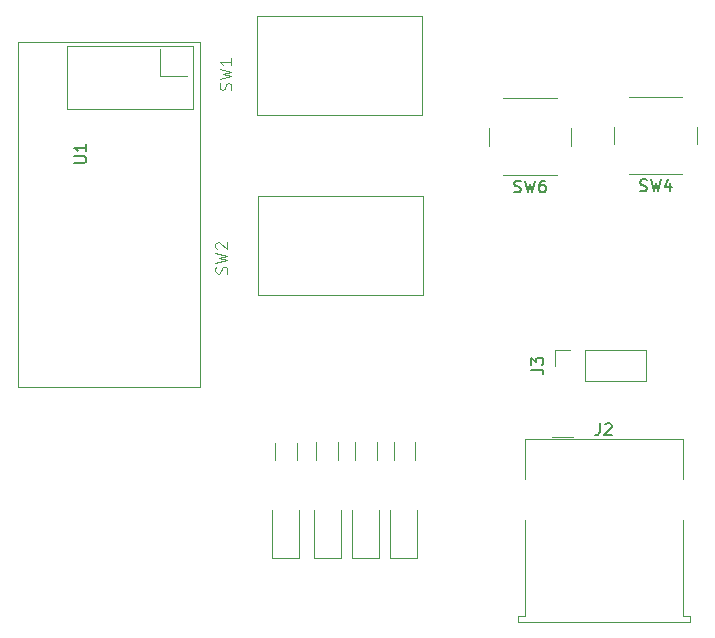
<source format=gto>
G04 #@! TF.GenerationSoftware,KiCad,Pcbnew,7.0.1*
G04 #@! TF.CreationDate,2025-11-07T15:36:25+01:00*
G04 #@! TF.ProjectId,MTP_PCB,4d54505f-5043-4422-9e6b-696361645f70,rev?*
G04 #@! TF.SameCoordinates,Original*
G04 #@! TF.FileFunction,Legend,Top*
G04 #@! TF.FilePolarity,Positive*
%FSLAX46Y46*%
G04 Gerber Fmt 4.6, Leading zero omitted, Abs format (unit mm)*
G04 Created by KiCad (PCBNEW 7.0.1) date 2025-11-07 15:36:25*
%MOMM*%
%LPD*%
G01*
G04 APERTURE LIST*
%ADD10C,0.150000*%
%ADD11C,0.100000*%
%ADD12C,0.120000*%
G04 APERTURE END LIST*
D10*
X149966666Y-87062619D02*
X149966666Y-87776904D01*
X149966666Y-87776904D02*
X149919047Y-87919761D01*
X149919047Y-87919761D02*
X149823809Y-88015000D01*
X149823809Y-88015000D02*
X149680952Y-88062619D01*
X149680952Y-88062619D02*
X149585714Y-88062619D01*
X150395238Y-87157857D02*
X150442857Y-87110238D01*
X150442857Y-87110238D02*
X150538095Y-87062619D01*
X150538095Y-87062619D02*
X150776190Y-87062619D01*
X150776190Y-87062619D02*
X150871428Y-87110238D01*
X150871428Y-87110238D02*
X150919047Y-87157857D01*
X150919047Y-87157857D02*
X150966666Y-87253095D01*
X150966666Y-87253095D02*
X150966666Y-87348333D01*
X150966666Y-87348333D02*
X150919047Y-87491190D01*
X150919047Y-87491190D02*
X150347619Y-88062619D01*
X150347619Y-88062619D02*
X150966666Y-88062619D01*
D11*
X118715000Y-58833332D02*
X118762619Y-58690475D01*
X118762619Y-58690475D02*
X118762619Y-58452380D01*
X118762619Y-58452380D02*
X118715000Y-58357142D01*
X118715000Y-58357142D02*
X118667380Y-58309523D01*
X118667380Y-58309523D02*
X118572142Y-58261904D01*
X118572142Y-58261904D02*
X118476904Y-58261904D01*
X118476904Y-58261904D02*
X118381666Y-58309523D01*
X118381666Y-58309523D02*
X118334047Y-58357142D01*
X118334047Y-58357142D02*
X118286428Y-58452380D01*
X118286428Y-58452380D02*
X118238809Y-58642856D01*
X118238809Y-58642856D02*
X118191190Y-58738094D01*
X118191190Y-58738094D02*
X118143571Y-58785713D01*
X118143571Y-58785713D02*
X118048333Y-58833332D01*
X118048333Y-58833332D02*
X117953095Y-58833332D01*
X117953095Y-58833332D02*
X117857857Y-58785713D01*
X117857857Y-58785713D02*
X117810238Y-58738094D01*
X117810238Y-58738094D02*
X117762619Y-58642856D01*
X117762619Y-58642856D02*
X117762619Y-58404761D01*
X117762619Y-58404761D02*
X117810238Y-58261904D01*
X117762619Y-57928570D02*
X118762619Y-57690475D01*
X118762619Y-57690475D02*
X118048333Y-57499999D01*
X118048333Y-57499999D02*
X118762619Y-57309523D01*
X118762619Y-57309523D02*
X117762619Y-57071428D01*
X118762619Y-56166666D02*
X118762619Y-56738094D01*
X118762619Y-56452380D02*
X117762619Y-56452380D01*
X117762619Y-56452380D02*
X117905476Y-56547618D01*
X117905476Y-56547618D02*
X118000714Y-56642856D01*
X118000714Y-56642856D02*
X118048333Y-56738094D01*
D10*
X105462619Y-65011904D02*
X106272142Y-65011904D01*
X106272142Y-65011904D02*
X106367380Y-64964285D01*
X106367380Y-64964285D02*
X106415000Y-64916666D01*
X106415000Y-64916666D02*
X106462619Y-64821428D01*
X106462619Y-64821428D02*
X106462619Y-64630952D01*
X106462619Y-64630952D02*
X106415000Y-64535714D01*
X106415000Y-64535714D02*
X106367380Y-64488095D01*
X106367380Y-64488095D02*
X106272142Y-64440476D01*
X106272142Y-64440476D02*
X105462619Y-64440476D01*
X106462619Y-63440476D02*
X106462619Y-64011904D01*
X106462619Y-63726190D02*
X105462619Y-63726190D01*
X105462619Y-63726190D02*
X105605476Y-63821428D01*
X105605476Y-63821428D02*
X105700714Y-63916666D01*
X105700714Y-63916666D02*
X105748333Y-64011904D01*
X144167619Y-82508333D02*
X144881904Y-82508333D01*
X144881904Y-82508333D02*
X145024761Y-82555952D01*
X145024761Y-82555952D02*
X145120000Y-82651190D01*
X145120000Y-82651190D02*
X145167619Y-82794047D01*
X145167619Y-82794047D02*
X145167619Y-82889285D01*
X144167619Y-82127380D02*
X144167619Y-81508333D01*
X144167619Y-81508333D02*
X144548571Y-81841666D01*
X144548571Y-81841666D02*
X144548571Y-81698809D01*
X144548571Y-81698809D02*
X144596190Y-81603571D01*
X144596190Y-81603571D02*
X144643809Y-81555952D01*
X144643809Y-81555952D02*
X144739047Y-81508333D01*
X144739047Y-81508333D02*
X144977142Y-81508333D01*
X144977142Y-81508333D02*
X145072380Y-81555952D01*
X145072380Y-81555952D02*
X145120000Y-81603571D01*
X145120000Y-81603571D02*
X145167619Y-81698809D01*
X145167619Y-81698809D02*
X145167619Y-81984523D01*
X145167619Y-81984523D02*
X145120000Y-82079761D01*
X145120000Y-82079761D02*
X145072380Y-82127380D01*
X153366667Y-67365000D02*
X153509524Y-67412619D01*
X153509524Y-67412619D02*
X153747619Y-67412619D01*
X153747619Y-67412619D02*
X153842857Y-67365000D01*
X153842857Y-67365000D02*
X153890476Y-67317380D01*
X153890476Y-67317380D02*
X153938095Y-67222142D01*
X153938095Y-67222142D02*
X153938095Y-67126904D01*
X153938095Y-67126904D02*
X153890476Y-67031666D01*
X153890476Y-67031666D02*
X153842857Y-66984047D01*
X153842857Y-66984047D02*
X153747619Y-66936428D01*
X153747619Y-66936428D02*
X153557143Y-66888809D01*
X153557143Y-66888809D02*
X153461905Y-66841190D01*
X153461905Y-66841190D02*
X153414286Y-66793571D01*
X153414286Y-66793571D02*
X153366667Y-66698333D01*
X153366667Y-66698333D02*
X153366667Y-66603095D01*
X153366667Y-66603095D02*
X153414286Y-66507857D01*
X153414286Y-66507857D02*
X153461905Y-66460238D01*
X153461905Y-66460238D02*
X153557143Y-66412619D01*
X153557143Y-66412619D02*
X153795238Y-66412619D01*
X153795238Y-66412619D02*
X153938095Y-66460238D01*
X154271429Y-66412619D02*
X154509524Y-67412619D01*
X154509524Y-67412619D02*
X154700000Y-66698333D01*
X154700000Y-66698333D02*
X154890476Y-67412619D01*
X154890476Y-67412619D02*
X155128572Y-66412619D01*
X155938095Y-66745952D02*
X155938095Y-67412619D01*
X155700000Y-66365000D02*
X155461905Y-67079285D01*
X155461905Y-67079285D02*
X156080952Y-67079285D01*
X142716667Y-67465000D02*
X142859524Y-67512619D01*
X142859524Y-67512619D02*
X143097619Y-67512619D01*
X143097619Y-67512619D02*
X143192857Y-67465000D01*
X143192857Y-67465000D02*
X143240476Y-67417380D01*
X143240476Y-67417380D02*
X143288095Y-67322142D01*
X143288095Y-67322142D02*
X143288095Y-67226904D01*
X143288095Y-67226904D02*
X143240476Y-67131666D01*
X143240476Y-67131666D02*
X143192857Y-67084047D01*
X143192857Y-67084047D02*
X143097619Y-67036428D01*
X143097619Y-67036428D02*
X142907143Y-66988809D01*
X142907143Y-66988809D02*
X142811905Y-66941190D01*
X142811905Y-66941190D02*
X142764286Y-66893571D01*
X142764286Y-66893571D02*
X142716667Y-66798333D01*
X142716667Y-66798333D02*
X142716667Y-66703095D01*
X142716667Y-66703095D02*
X142764286Y-66607857D01*
X142764286Y-66607857D02*
X142811905Y-66560238D01*
X142811905Y-66560238D02*
X142907143Y-66512619D01*
X142907143Y-66512619D02*
X143145238Y-66512619D01*
X143145238Y-66512619D02*
X143288095Y-66560238D01*
X143621429Y-66512619D02*
X143859524Y-67512619D01*
X143859524Y-67512619D02*
X144050000Y-66798333D01*
X144050000Y-66798333D02*
X144240476Y-67512619D01*
X144240476Y-67512619D02*
X144478572Y-66512619D01*
X145288095Y-66512619D02*
X145097619Y-66512619D01*
X145097619Y-66512619D02*
X145002381Y-66560238D01*
X145002381Y-66560238D02*
X144954762Y-66607857D01*
X144954762Y-66607857D02*
X144859524Y-66750714D01*
X144859524Y-66750714D02*
X144811905Y-66941190D01*
X144811905Y-66941190D02*
X144811905Y-67322142D01*
X144811905Y-67322142D02*
X144859524Y-67417380D01*
X144859524Y-67417380D02*
X144907143Y-67465000D01*
X144907143Y-67465000D02*
X145002381Y-67512619D01*
X145002381Y-67512619D02*
X145192857Y-67512619D01*
X145192857Y-67512619D02*
X145288095Y-67465000D01*
X145288095Y-67465000D02*
X145335714Y-67417380D01*
X145335714Y-67417380D02*
X145383333Y-67322142D01*
X145383333Y-67322142D02*
X145383333Y-67084047D01*
X145383333Y-67084047D02*
X145335714Y-66988809D01*
X145335714Y-66988809D02*
X145288095Y-66941190D01*
X145288095Y-66941190D02*
X145192857Y-66893571D01*
X145192857Y-66893571D02*
X145002381Y-66893571D01*
X145002381Y-66893571D02*
X144907143Y-66941190D01*
X144907143Y-66941190D02*
X144859524Y-66988809D01*
X144859524Y-66988809D02*
X144811905Y-67084047D01*
D11*
X118365000Y-74383332D02*
X118412619Y-74240475D01*
X118412619Y-74240475D02*
X118412619Y-74002380D01*
X118412619Y-74002380D02*
X118365000Y-73907142D01*
X118365000Y-73907142D02*
X118317380Y-73859523D01*
X118317380Y-73859523D02*
X118222142Y-73811904D01*
X118222142Y-73811904D02*
X118126904Y-73811904D01*
X118126904Y-73811904D02*
X118031666Y-73859523D01*
X118031666Y-73859523D02*
X117984047Y-73907142D01*
X117984047Y-73907142D02*
X117936428Y-74002380D01*
X117936428Y-74002380D02*
X117888809Y-74192856D01*
X117888809Y-74192856D02*
X117841190Y-74288094D01*
X117841190Y-74288094D02*
X117793571Y-74335713D01*
X117793571Y-74335713D02*
X117698333Y-74383332D01*
X117698333Y-74383332D02*
X117603095Y-74383332D01*
X117603095Y-74383332D02*
X117507857Y-74335713D01*
X117507857Y-74335713D02*
X117460238Y-74288094D01*
X117460238Y-74288094D02*
X117412619Y-74192856D01*
X117412619Y-74192856D02*
X117412619Y-73954761D01*
X117412619Y-73954761D02*
X117460238Y-73811904D01*
X117412619Y-73478570D02*
X118412619Y-73240475D01*
X118412619Y-73240475D02*
X117698333Y-73049999D01*
X117698333Y-73049999D02*
X118412619Y-72859523D01*
X118412619Y-72859523D02*
X117412619Y-72621428D01*
X117507857Y-72288094D02*
X117460238Y-72240475D01*
X117460238Y-72240475D02*
X117412619Y-72145237D01*
X117412619Y-72145237D02*
X117412619Y-71907142D01*
X117412619Y-71907142D02*
X117460238Y-71811904D01*
X117460238Y-71811904D02*
X117507857Y-71764285D01*
X117507857Y-71764285D02*
X117603095Y-71716666D01*
X117603095Y-71716666D02*
X117698333Y-71716666D01*
X117698333Y-71716666D02*
X117841190Y-71764285D01*
X117841190Y-71764285D02*
X118412619Y-72335713D01*
X118412619Y-72335713D02*
X118412619Y-71716666D01*
D12*
X142990000Y-103370000D02*
X142990000Y-103890000D01*
X142990000Y-103890000D02*
X157610000Y-103890000D01*
X143640000Y-88410000D02*
X143640000Y-91740000D01*
X143640000Y-88410000D02*
X156960000Y-88410000D01*
X143640000Y-103370000D02*
X142990000Y-103370000D01*
X143640000Y-103370000D02*
X143640000Y-95260000D01*
X145900000Y-88190000D02*
X147700000Y-88190000D01*
X156960000Y-88410000D02*
X156960000Y-91740000D01*
X156960000Y-95260000D02*
X156960000Y-103370000D01*
X157610000Y-103370000D02*
X156960000Y-103370000D01*
X157610000Y-103890000D02*
X157610000Y-103370000D01*
X124310000Y-88697936D02*
X124310000Y-90152064D01*
X122490000Y-88697936D02*
X122490000Y-90152064D01*
X122215000Y-98447500D02*
X124485000Y-98447500D01*
X124485000Y-98447500D02*
X124485000Y-94387500D01*
X122215000Y-94387500D02*
X122215000Y-98447500D01*
D11*
X120900000Y-52550000D02*
X134900000Y-52550000D01*
X134900000Y-52550000D02*
X134900000Y-60950000D01*
X134900000Y-60950000D02*
X120900000Y-60950000D01*
X120900000Y-60950000D02*
X120900000Y-52550000D01*
D12*
X116125000Y-54800000D02*
X116125000Y-54800000D01*
X116125000Y-54800000D02*
X116125000Y-84000000D01*
X100675000Y-54800000D02*
X116125000Y-54800000D01*
X115549000Y-55130000D02*
X115549000Y-55130000D01*
X115549000Y-55130000D02*
X115549000Y-60464000D01*
X104881000Y-55130000D02*
X115549000Y-55130000D01*
X104881000Y-55130000D02*
X104881000Y-55130000D01*
X112755000Y-55384000D02*
X112755000Y-55384000D01*
X115041000Y-57670000D02*
X112755000Y-57670000D01*
X112755000Y-57670000D02*
X112755000Y-55384000D01*
X115549000Y-60464000D02*
X104881000Y-60464000D01*
X104881000Y-60464000D02*
X104881000Y-55130000D01*
X116125000Y-84000000D02*
X100675000Y-84000000D01*
X100675000Y-84000000D02*
X100675000Y-54800000D01*
X134310000Y-88672936D02*
X134310000Y-90127064D01*
X132490000Y-88672936D02*
X132490000Y-90127064D01*
X125735000Y-98422500D02*
X128005000Y-98422500D01*
X128005000Y-98422500D02*
X128005000Y-94362500D01*
X125735000Y-94362500D02*
X125735000Y-98422500D01*
X148745000Y-83505000D02*
X153885000Y-83505000D01*
X148745000Y-83505000D02*
X148745000Y-80845000D01*
X153885000Y-83505000D02*
X153885000Y-80845000D01*
X146145000Y-82175000D02*
X146145000Y-80845000D01*
X146145000Y-80845000D02*
X147475000Y-80845000D01*
X148745000Y-80845000D02*
X153885000Y-80845000D01*
X158200000Y-63450000D02*
X158200000Y-61950000D01*
X156950000Y-59450000D02*
X152450000Y-59450000D01*
X152450000Y-65950000D02*
X156950000Y-65950000D01*
X151200000Y-61950000D02*
X151200000Y-63450000D01*
X147550000Y-63550000D02*
X147550000Y-62050000D01*
X146300000Y-59550000D02*
X141800000Y-59550000D01*
X141800000Y-66050000D02*
X146300000Y-66050000D01*
X140550000Y-62050000D02*
X140550000Y-63550000D01*
X132215000Y-98422500D02*
X134485000Y-98422500D01*
X134485000Y-98422500D02*
X134485000Y-94362500D01*
X132215000Y-94362500D02*
X132215000Y-98422500D01*
X131060000Y-88672936D02*
X131060000Y-90127064D01*
X129240000Y-88672936D02*
X129240000Y-90127064D01*
X127760000Y-88672936D02*
X127760000Y-90127064D01*
X125940000Y-88672936D02*
X125940000Y-90127064D01*
D11*
X121000000Y-67800000D02*
X135000000Y-67800000D01*
X135000000Y-67800000D02*
X135000000Y-76200000D01*
X135000000Y-76200000D02*
X121000000Y-76200000D01*
X121000000Y-76200000D02*
X121000000Y-67800000D01*
D12*
X128995000Y-98422500D02*
X131265000Y-98422500D01*
X131265000Y-98422500D02*
X131265000Y-94362500D01*
X128995000Y-94362500D02*
X128995000Y-98422500D01*
M02*

</source>
